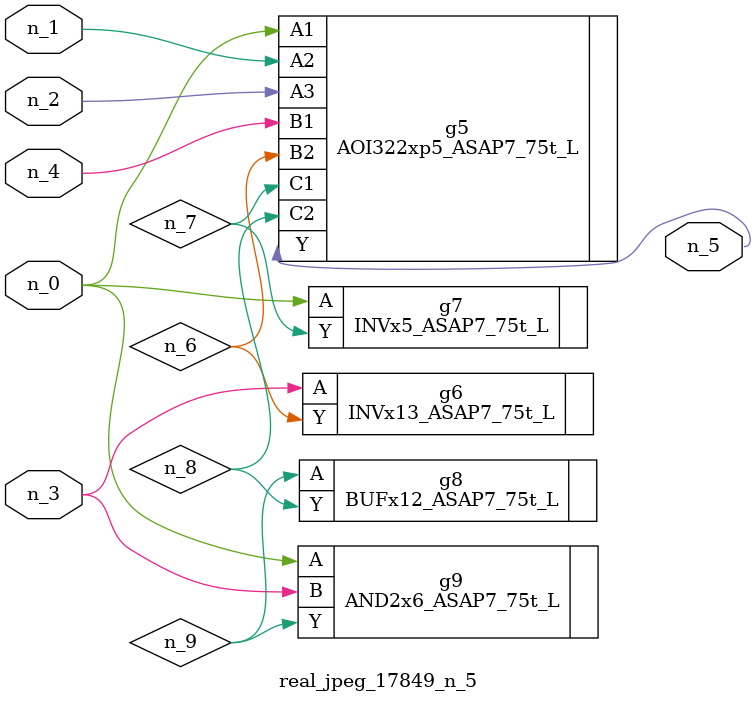
<source format=v>
module real_jpeg_17849_n_5 (n_4, n_0, n_1, n_2, n_3, n_5);

input n_4;
input n_0;
input n_1;
input n_2;
input n_3;

output n_5;

wire n_8;
wire n_6;
wire n_7;
wire n_9;

AOI322xp5_ASAP7_75t_L g5 ( 
.A1(n_0),
.A2(n_1),
.A3(n_2),
.B1(n_4),
.B2(n_6),
.C1(n_7),
.C2(n_8),
.Y(n_5)
);

INVx5_ASAP7_75t_L g7 ( 
.A(n_0),
.Y(n_7)
);

AND2x6_ASAP7_75t_L g9 ( 
.A(n_0),
.B(n_3),
.Y(n_9)
);

INVx13_ASAP7_75t_L g6 ( 
.A(n_3),
.Y(n_6)
);

BUFx12_ASAP7_75t_L g8 ( 
.A(n_9),
.Y(n_8)
);


endmodule
</source>
